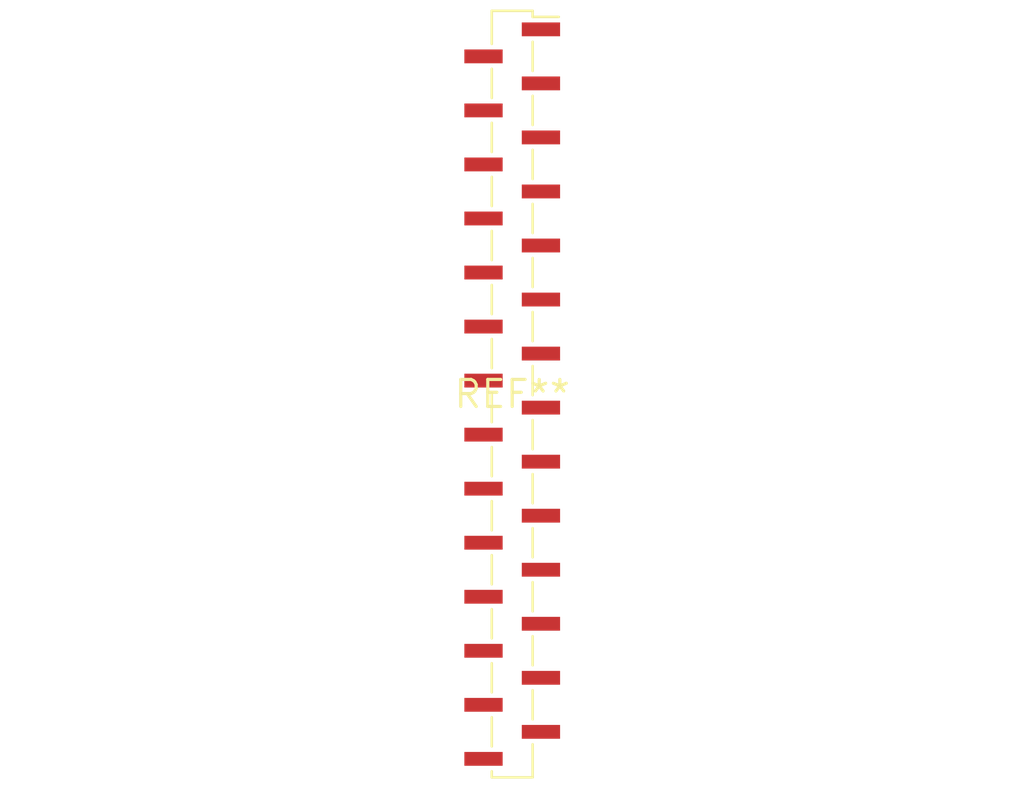
<source format=kicad_pcb>
(kicad_pcb (version 20240108) (generator pcbnew)
  (layers (0 "F.Cu" signal) (31 "B.Cu" signal) (34 "B.Paste" user) (35 "F.Paste" user) (36 "B.SilkS" user "B.Silkscreen") (37 "F.SilkS" user "F.Silkscreen") (38 "B.Mask" user) (39 "F.Mask" user) (44 "Edge.Cuts" user))
  (net 0 "")
  (footprint "PinSocket_1x28_P1.27mm_Vertical_SMD_Pin1Right" (layer "F.Cu") (at 0 0)
    (property "Reference" "REF**")
    (property "Value" "PinSocket_1x28_P1.27mm_Vertical_SMD_Pin1Right")
    (fp_line (start -0.96 -18.015) (end -0.96 -16.46) (layer "F.SilkS") (stroke (width 0.12)))
    (fp_line (start -0.96 -18.015) (end 0.96 -18.015) (layer "F.SilkS") (stroke (width 0.12)))
    (fp_line (start -0.96 -15.29) (end -0.96 -13.92) (layer "F.SilkS") (stroke (width 0.12)))
    (fp_line (start -0.96 -12.75) (end -0.96 -11.38) (layer "F.SilkS") (stroke (width 0.12)))
    (fp_line (start -0.96 -10.21) (end -0.96 -8.84) (layer "F.SilkS") (stroke (width 0.12)))
    (fp_line (start -0.96 -7.67) (end -0.96 -6.3) (layer "F.SilkS") (stroke (width 0.12)))
    (fp_line (start -0.96 -5.13) (end -0.96 -3.76) (layer "F.SilkS") (stroke (width 0.12)))
    (fp_line (start -0.96 -2.59) (end -0.96 -1.22) (layer "F.SilkS") (stroke (width 0.12)))
    (fp_line (start -0.96 -0.05) (end -0.96 1.32) (layer "F.SilkS") (stroke (width 0.12)))
    (fp_line (start -0.96 2.49) (end -0.96 3.86) (layer "F.SilkS") (stroke (width 0.12)))
    (fp_line (start -0.96 5.03) (end -0.96 6.4) (layer "F.SilkS") (stroke (width 0.12)))
    (fp_line (start -0.96 7.57) (end -0.96 8.94) (layer "F.SilkS") (stroke (width 0.12)))
    (fp_line (start -0.96 10.11) (end -0.96 11.48) (layer "F.SilkS") (stroke (width 0.12)))
    (fp_line (start -0.96 12.65) (end -0.96 14.02) (layer "F.SilkS") (stroke (width 0.12)))
    (fp_line (start -0.96 15.19) (end -0.96 16.56) (layer "F.SilkS") (stroke (width 0.12)))
    (fp_line (start -0.96 17.73) (end -0.96 18.015) (layer "F.SilkS") (stroke (width 0.12)))
    (fp_line (start -0.96 18.015) (end 0.96 18.015) (layer "F.SilkS") (stroke (width 0.12)))
    (fp_line (start 0.96 -18.015) (end 0.96 -17.73) (layer "F.SilkS") (stroke (width 0.12)))
    (fp_line (start 0.96 -17.73) (end 2.19 -17.73) (layer "F.SilkS") (stroke (width 0.12)))
    (fp_line (start 0.96 -16.56) (end 0.96 -15.19) (layer "F.SilkS") (stroke (width 0.12)))
    (fp_line (start 0.96 -14.02) (end 0.96 -12.65) (layer "F.SilkS") (stroke (width 0.12)))
    (fp_line (start 0.96 -11.48) (end 0.96 -10.11) (layer "F.SilkS") (stroke (width 0.12)))
    (fp_line (start 0.96 -8.94) (end 0.96 -7.57) (layer "F.SilkS") (stroke (width 0.12)))
    (fp_line (start 0.96 -6.4) (end 0.96 -5.03) (layer "F.SilkS") (stroke (width 0.12)))
    (fp_line (start 0.96 -3.86) (end 0.96 -2.49) (layer "F.SilkS") (stroke (width 0.12)))
    (fp_line (start 0.96 -1.32) (end 0.96 0.05) (layer "F.SilkS") (stroke (width 0.12)))
    (fp_line (start 0.96 1.22) (end 0.96 2.59) (layer "F.SilkS") (stroke (width 0.12)))
    (fp_line (start 0.96 3.76) (end 0.96 5.13) (layer "F.SilkS") (stroke (width 0.12)))
    (fp_line (start 0.96 6.3) (end 0.96 7.67) (layer "F.SilkS") (stroke (width 0.12)))
    (fp_line (start 0.96 8.84) (end 0.96 10.21) (layer "F.SilkS") (stroke (width 0.12)))
    (fp_line (start 0.96 11.38) (end 0.96 12.75) (layer "F.SilkS") (stroke (width 0.12)))
    (fp_line (start 0.96 13.92) (end 0.96 15.29) (layer "F.SilkS") (stroke (width 0.12)))
    (fp_line (start 0.96 16.46) (end 0.96 18.015) (layer "F.SilkS") (stroke (width 0.12)))
    (pad "1" smd rect (at 1.35 -17.145) (size 1.8 0.65) (layers "F.Cu" "F.Paste" "F.Mask"))
    (pad "2" smd rect (at -1.35 -15.875) (size 1.8 0.65) (layers "F.Cu" "F.Paste" "F.Mask"))
    (pad "3" smd rect (at 1.35 -14.605) (size 1.8 0.65) (layers "F.Cu" "F.Paste" "F.Mask"))
    (pad "4" smd rect (at -1.35 -13.335) (size 1.8 0.65) (layers "F.Cu" "F.Paste" "F.Mask"))
    (pad "5" smd rect (at 1.35 -12.065) (size 1.8 0.65) (layers "F.Cu" "F.Paste" "F.Mask"))
    (pad "6" smd rect (at -1.35 -10.795) (size 1.8 0.65) (layers "F.Cu" "F.Paste" "F.Mask"))
    (pad "7" smd rect (at 1.35 -9.525) (size 1.8 0.65) (layers "F.Cu" "F.Paste" "F.Mask"))
    (pad "8" smd rect (at -1.35 -8.255) (size 1.8 0.65) (layers "F.Cu" "F.Paste" "F.Mask"))
    (pad "9" smd rect (at 1.35 -6.985) (size 1.8 0.65) (layers "F.Cu" "F.Paste" "F.Mask"))
    (pad "10" smd rect (at -1.35 -5.715) (size 1.8 0.65) (layers "F.Cu" "F.Paste" "F.Mask"))
    (pad "11" smd rect (at 1.35 -4.445) (size 1.8 0.65) (layers "F.Cu" "F.Paste" "F.Mask"))
    (pad "12" smd rect (at -1.35 -3.175) (size 1.8 0.65) (layers "F.Cu" "F.Paste" "F.Mask"))
    (pad "13" smd rect (at 1.35 -1.905) (size 1.8 0.65) (layers "F.Cu" "F.Paste" "F.Mask"))
    (pad "14" smd rect (at -1.35 -0.635) (size 1.8 0.65) (layers "F.Cu" "F.Paste" "F.Mask"))
    (pad "15" smd rect (at 1.35 0.635) (size 1.8 0.65) (layers "F.Cu" "F.Paste" "F.Mask"))
    (pad "16" smd rect (at -1.35 1.905) (size 1.8 0.65) (layers "F.Cu" "F.Paste" "F.Mask"))
    (pad "17" smd rect (at 1.35 3.175) (size 1.8 0.65) (layers "F.Cu" "F.Paste" "F.Mask"))
    (pad "18" smd rect (at -1.35 4.445) (size 1.8 0.65) (layers "F.Cu" "F.Paste" "F.Mask"))
    (pad "19" smd rect (at 1.35 5.715) (size 1.8 0.65) (layers "F.Cu" "F.Paste" "F.Mask"))
    (pad "20" smd rect (at -1.35 6.985) (size 1.8 0.65) (layers "F.Cu" "F.Paste" "F.Mask"))
    (pad "21" smd rect (at 1.35 8.255) (size 1.8 0.65) (layers "F.Cu" "F.Paste" "F.Mask"))
    (pad "22" smd rect (at -1.35 9.525) (size 1.8 0.65) (layers "F.Cu" "F.Paste" "F.Mask"))
    (pad "23" smd rect (at 1.35 10.795) (size 1.8 0.65) (layers "F.Cu" "F.Paste" "F.Mask"))
    (pad "24" smd rect (at -1.35 12.065) (size 1.8 0.65) (layers "F.Cu" "F.Paste" "F.Mask"))
    (pad "25" smd rect (at 1.35 13.335) (size 1.8 0.65) (layers "F.Cu" "F.Paste" "F.Mask"))
    (pad "26" smd rect (at -1.35 14.605) (size 1.8 0.65) (layers "F.Cu" "F.Paste" "F.Mask"))
    (pad "27" smd rect (at 1.35 15.875) (size 1.8 0.65) (layers "F.Cu" "F.Paste" "F.Mask"))
    (pad "28" smd rect (at -1.35 17.145) (size 1.8 0.65) (layers "F.Cu" "F.Paste" "F.Mask"))
  )
)
</source>
